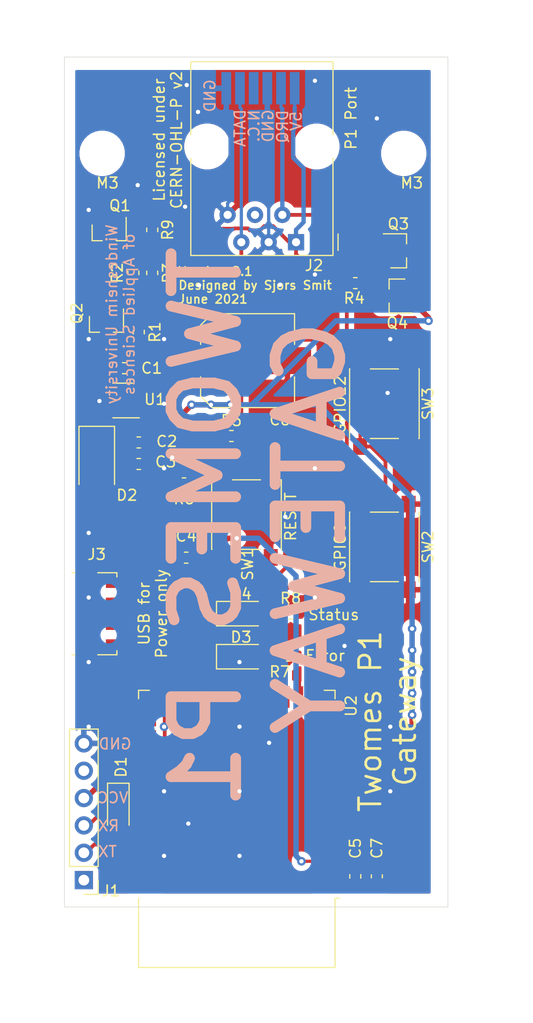
<source format=kicad_pcb>
(kicad_pcb (version 20171130) (host pcbnew "(5.1.7)-1")
  (layers (0 F.Cu signal) (31 B.Cu signal) (34 B.Paste user) (35 F.Paste user) (36 B.SilkS user) (37 F.SilkS user) (38 B.Mask user) (39 F.Mask user) (44 Edge.Cuts user))
  (net 0 "")
  (net 1 GND)
  (net 2 "Net-(C1-Pad1)")
  (net 3 +3V3)
  (net 4 /RESET)
  (net 5 /ESP_RX)
  (net 6 /RX0_5V)
  (net 7 VBUS)
  (net 8 "Net-(D3-Pad2)")
  (net 9 "Net-(D4-Pad2)")
  (net 10 /FTDI_CTS)
  (net 11 /ESP_TX)
  (net 12 /FTDI_DTR)
  (net 13 "Net-(J3-Pad4)")
  (net 14 "Net-(J3-Pad3)")
  (net 15 "Net-(J3-Pad2)")
  (net 16 "Net-(Q1-Pad3)")
  (net 17 +5V)
  (net 18 "Net-(Q1-Pad1)")
  (net 19 /DATA_REQ)
  (net 20 /ESP_DATA_REQ)
  (net 21 /RX_P1)
  (net 22 /LED_ERROR)
  (net 23 /LED_STATUS)
  (net 24 /GPIO0)
  (net 25 /GPIO12)
  (net 26 "Net-(U1-Pad4)")
  (net 27 "Net-(U2-Pad37)")
  (net 28 "Net-(U2-Pad36)")
  (net 29 "Net-(U2-Pad33)")
  (net 30 "Net-(U2-Pad32)")
  (net 31 "Net-(U2-Pad31)")
  (net 32 "Net-(U2-Pad30)")
  (net 33 "Net-(U2-Pad29)")
  (net 34 "Net-(U2-Pad26)")
  (net 35 "Net-(U2-Pad24)")
  (net 36 "Net-(U2-Pad23)")
  (net 37 "Net-(U2-Pad22)")
  (net 38 "Net-(U2-Pad21)")
  (net 39 "Net-(U2-Pad20)")
  (net 40 "Net-(U2-Pad19)")
  (net 41 "Net-(U2-Pad18)")
  (net 42 "Net-(U2-Pad17)")
  (net 43 "Net-(U2-Pad12)")
  (net 44 "Net-(U2-Pad11)")
  (net 45 "Net-(U2-Pad10)")
  (net 46 "Net-(U2-Pad9)")
  (net 47 "Net-(U2-Pad8)")
  (net 48 "Net-(U2-Pad7)")
  (net 49 "Net-(U2-Pad6)")
  (net 50 "Net-(U2-Pad5)")
  (net 51 "Net-(U2-Pad4)")
  (net 52 "Net-(J2-Pad4)")
  (net 53 "Net-(Q3-Pad1)")
  (net 54 "Net-(Q4-Pad2)")
  (net 55 "Net-(R2-Pad1)")
  (net 56 "Net-(R3-Pad2)")
  (net 57 "Net-(J4-Pad4)")
  (module Capacitor_SMD:C_0603_1608Metric (layer F.Cu) (at 95 141.4 270)
    (fp_text reference C7 (at -2.6 0 90) (layer F.SilkS))
    (fp_text value 10uF)
    (pad 2 smd roundrect (at 0.775 0 270) (size 0.9 0.95) (layers F.Cu F.Paste F.Mask) (net 1 GND))
    (pad 1 smd roundrect (at -0.775 0 270) (size 0.9 0.95) (layers F.Cu F.Paste F.Mask) (net 3 +3V3))
  )
  (module Capacitor_SMD:C_0603_1608Metric (layer F.Cu) (at 93 141.4 270)
    (fp_text reference C5 (at -2.6 0 90) (layer F.SilkS))
    (fp_text value 100nF)
    (pad 1 smd roundrect (at -0.7875 0 270) (size 0.875 0.95) (layers F.Cu F.Paste F.Mask) (net 3 +3V3))
    (pad 2 smd roundrect (at 0.7875 0 270) (size 0.875 0.95) (layers F.Cu F.Paste F.Mask) (net 1 GND))
  )
  (module Capacitor_SMD:CP_Elec_8x10.5 (layer F.Cu) (at 83 93.5)
    (fp_text reference C6 (at 3 5.5) (layer F.SilkS))
    (fp_text value 470uF)
    (pad 2 smd roundrect (at 3.7 0) (size 4.4 2.5) (layers F.Cu F.Paste F.Mask) (roundrect_rratio 0.1) (net 1 GND))
    (pad 1 smd roundrect (at -3.7 0) (size 4.4 2.5) (layers F.Cu F.Paste F.Mask) (roundrect_rratio 0.1) (net 2 "Net-(C1-Pad1)"))
  )
  (module Diode_SMD:D_SMA (layer F.Cu) (at 69 103 270)
    (fp_text reference D2 (at 3 -2.8 180) (layer F.SilkS))
    (fp_text value SS14)
    (pad 2 smd rect (at 2 0 270) (size 2.5 1.8) (layers F.Cu F.Paste F.Mask) (net 7 VBUS))
    (pad 1 smd rect (at -2 0 270) (size 2.5 1.8) (layers F.Cu F.Paste F.Mask) (net 2 "Net-(C1-Pad1)"))
  )
  (module TwomesGateway:Rj12SMD (layer B.Cu) (at 84.2 68.2)
    (fp_text reference J4 hide)
    (fp_text value Conn_01x06)
    (pad 6 smd rect (at -3.175 0 270) (size 3 0.9) (layers B.Cu B.Paste B.Mask) (net 1 GND))
    (pad 5 smd rect (at -1.905 0 270) (size 3 0.9) (layers B.Cu B.Paste B.Mask) (net 21 /RX_P1))
    (pad 4 smd rect (at -0.635 0 270) (size 3 0.9) (layers B.Cu B.Paste B.Mask) (net 57 "Net-(J4-Pad4)"))
    (pad 3 smd rect (at 0.635 0 270) (size 3 0.9) (layers B.Cu B.Paste B.Mask) (net 1 GND))
    (pad 2 smd rect (at 1.905 0 270) (size 3 0.9) (layers B.Cu B.Paste B.Mask) (net 19 /DATA_REQ))
    (pad 1 smd rect (at 3.175 0 270) (size 3 0.9) (layers B.Cu B.Paste B.Mask) (net 17 +5V))
  )
  (module TwomesGateway:ÙSB_JLC__SHOUHAN_microQTJ (layer F.Cu) (at 73.5 117 270)
    (fp_text reference J3 (at -5.5 4.5 180) (layer F.SilkS))
    (fp_text value USB_B_Micro)
    (pad 6 smd rect (at 3.2 3.2 270) (size 1.625 0.9) (layers F.Cu F.Paste F.Mask) (net 1 GND))
    (pad "" np_thru_hole circle (at 2 3.4 270) (size 0.5 0.5) (drill 0.5) (layers *.Cu *.Mask))
    (pad "" np_thru_hole circle (at -2 3.4 270) (size 0.5 0.5) (drill 0.5) (layers *.Cu *.Mask))
    (pad 5 smd rect (at 1.31 2.73 270) (size 0.4 1.85) (layers F.Cu F.Paste F.Mask) (net 1 GND))
    (pad 4 smd rect (at 0.66 2.73 270) (size 0.4 1.85) (layers F.Cu F.Paste F.Mask) (net 13 "Net-(J3-Pad4)"))
    (pad 3 smd rect (at 0.01 2.73 270) (size 0.4 1.85) (layers F.Cu F.Paste F.Mask) (net 14 "Net-(J3-Pad3)"))
    (pad 6 smd rect (at -3.2 3.2 270) (size 1.625 0.9) (layers F.Cu F.Paste F.Mask) (net 1 GND))
    (pad 2 smd rect (at -0.64 2.73 270) (size 0.4 1.85) (layers F.Cu F.Paste F.Mask) (net 15 "Net-(J3-Pad2)"))
    (pad 1 smd rect (at -1.29 2.73 270) (size 0.4 1.85) (layers F.Cu F.Paste F.Mask) (net 7 VBUS))
    (pad 6 smd rect (at 3.25 5.55 270) (size 1.715 1.3) (layers F.Cu F.Paste F.Mask) (net 1 GND))
    (pad 6 smd rect (at -3.25 5.55 270) (size 1.715 1.3) (layers F.Cu F.Paste F.Mask) (net 1 GND))
  )
  (module Resistor_SMD:R_0603_1608Metric (layer F.Cu) (at 74.15 81.35 270)
    (fp_text reference R9 (at 0 -1.43 90) (layer F.SilkS))
    (fp_text value 1R)
    (pad 2 smd roundrect (at 0.7875 0 270) (size 0.875 0.95) (layers F.Cu F.Paste F.Mask) (net 56 "Net-(R3-Pad2)"))
    (pad 1 smd roundrect (at -0.7875 0 270) (size 0.875 0.95) (layers F.Cu F.Paste F.Mask) (net 17 +5V))
  )
  (module Resistor_SMD:R_0603_1608Metric (layer F.Cu) (at 74.15 85.35 90)
    (fp_text reference R3 (at 0 1.5 90) (layer F.SilkS))
    (fp_text value 1R)
    (pad 2 smd roundrect (at 0.7875 0 90) (size 0.875 0.95) (layers F.Cu F.Paste F.Mask) (net 56 "Net-(R3-Pad2)"))
    (pad 1 smd roundrect (at -0.7875 0 90) (size 0.875 0.95) (layers F.Cu F.Paste F.Mask) (net 55 "Net-(R2-Pad1)"))
  )
  (module Package_TO_SOT_SMD:SOT-23 (layer F.Cu) (at 96.9 87.5 180)
    (fp_text reference Q4 (at 0 -2.5) (layer F.SilkS))
    (fp_text value MMBT3904)
    (pad 3 smd rect (at 1 0 180) (size 0.9 0.8) (layers F.Cu F.Paste F.Mask) (net 53 "Net-(Q3-Pad1)"))
    (pad 2 smd rect (at -1 0.95 180) (size 0.9 0.8) (layers F.Cu F.Paste F.Mask) (net 54 "Net-(Q4-Pad2)"))
    (pad 1 smd rect (at -1 -0.95 180) (size 0.9 0.8) (layers F.Cu F.Paste F.Mask) (net 3 +3V3))
  )
  (module Package_TO_SOT_SMD:SOT-23 (layer F.Cu) (at 97 83.3)
    (fp_text reference Q3 (at 0 -2.5) (layer F.SilkS))
    (fp_text value BC807)
    (pad 3 smd rect (at 1 0) (size 0.9 0.8) (layers F.Cu F.Paste F.Mask) (net 19 /DATA_REQ))
    (pad 2 smd rect (at -1 0.95) (size 0.9 0.8) (layers F.Cu F.Paste F.Mask) (net 17 +5V))
    (pad 1 smd rect (at -1 -0.95) (size 0.9 0.8) (layers F.Cu F.Paste F.Mask) (net 53 "Net-(Q3-Pad1)"))
  )
  (module Capacitor_SMD:C_0603_1608Metric (layer F.Cu) (at 77.3 111.8 180)
    (fp_text reference C4 (at 0 2) (layer F.SilkS))
    (fp_text value 100nF)
    (pad 2 smd roundrect (at 0.7875 0 180) (size 0.875 0.95) (layers F.Cu F.Paste F.Mask) (net 1 GND))
    (pad 1 smd roundrect (at -0.7875 0 180) (size 0.875 0.95) (layers F.Cu F.Paste F.Mask) (net 4 /RESET))
  )
  (module Package_TO_SOT_SMD:SOT-23 (layer F.Cu) (at 69.9 90.1 270)
    (fp_text reference Q2 (at -1 2.75 90) (layer F.SilkS))
    (fp_text value BC807)
    (pad 3 smd rect (at 1 0 270) (size 0.9 0.8) (layers F.Cu F.Paste F.Mask) (net 2 "Net-(C1-Pad1)"))
    (pad 2 smd rect (at -1 0.95 270) (size 0.9 0.8) (layers F.Cu F.Paste F.Mask) (net 18 "Net-(Q1-Pad1)"))
    (pad 1 smd rect (at -1 -0.95 270) (size 0.9 0.8) (layers F.Cu F.Paste F.Mask) (net 16 "Net-(Q1-Pad3)"))
  )
  (module Package_TO_SOT_SMD:SOT-23 (layer F.Cu) (at 70.15 81.6 270)
    (fp_text reference Q1 (at -2.5 -1 180) (layer F.SilkS))
    (fp_text value BC807)
    (pad 3 smd rect (at 1 0 270) (size 0.9 0.8) (layers F.Cu F.Paste F.Mask) (net 16 "Net-(Q1-Pad3)"))
    (pad 2 smd rect (at -1 0.95 270) (size 0.9 0.8) (layers F.Cu F.Paste F.Mask) (net 17 +5V))
    (pad 1 smd rect (at -1 -0.95 270) (size 0.9 0.8) (layers F.Cu F.Paste F.Mask) (net 18 "Net-(Q1-Pad1)"))
  )
  (module MountingHole:MountingHole_3.2mm_M3 (layer F.Cu) (at 69.5 74.25)
    (fp_text reference M3 (at 0.5 2.75) (layer F.SilkS))
    (fp_text value MountingHole_3.2mm_M3)
    (pad 1 np_thru_hole circle (at 0 0) (size 3.2 3.2) (drill 3.2) (layers *.Cu *.Mask))
  )
  (module MountingHole:MountingHole_3.2mm_M3 (layer F.Cu) (at 97.5 74.25)
    (fp_text reference M3 (at 0.75 2.75) (layer F.SilkS))
    (fp_text value MountingHole_3.2mm_M3)
    (pad 1 np_thru_hole circle (at 0 0) (size 3.2 3.2) (drill 3.2) (layers *.Cu *.Mask))
  )
  (module Connector_RJ:RJ12_Amphenol_54601 (layer F.Cu) (at 87.5 82.5 180)
    (fp_text reference J2 (at -1.67 -2.16) (layer F.SilkS))
    (fp_text value RJ12-6P6C)
    (pad 1 thru_hole rect (at 0 0 180) (size 1.52 1.52) (drill 0.76) (layers *.Cu *.Mask) (net 17 +5V))
    (pad "" np_thru_hole circle (at -1.91 8.89 180) (size 3.25 3.25) (drill 3.25) (layers *.Cu *.Mask))
    (pad 2 thru_hole circle (at 1.27 2.54 180) (size 1.52 1.52) (drill 0.76) (layers *.Cu *.Mask) (net 19 /DATA_REQ))
    (pad 3 thru_hole circle (at 2.54 0 180) (size 1.52 1.52) (drill 0.76) (layers *.Cu *.Mask) (net 1 GND))
    (pad 4 thru_hole circle (at 3.81 2.54 180) (size 1.52 1.52) (drill 0.76) (layers *.Cu *.Mask) (net 52 "Net-(J2-Pad4)"))
    (pad 5 thru_hole circle (at 5.08 0 180) (size 1.52 1.52) (drill 0.76) (layers *.Cu *.Mask) (net 21 /RX_P1))
    (pad 6 thru_hole circle (at 6.35 2.54 180) (size 1.52 1.52) (drill 0.76) (layers *.Cu *.Mask) (net 1 GND))
    (pad "" np_thru_hole circle (at 8.25 8.89 180) (size 3.25 3.25) (drill 3.25) (layers *.Cu *.Mask))
  )
  (module Diode_SMD:D_SOD-123 (layer F.Cu) (at 71 135 270)
    (fp_text reference D1 (at -3.75 -0.25 90) (layer F.SilkS))
    (fp_text value 1N4148W)
    (pad 2 smd rect (at 1.65 0 270) (size 0.9 1.2) (layers F.Cu F.Paste F.Mask) (net 5 /ESP_RX))
    (pad 1 smd rect (at -1.65 0 270) (size 0.9 1.2) (layers F.Cu F.Paste F.Mask) (net 6 /RX0_5V))
  )
  (module RF_Module:ESP32-WROOM-32 (layer F.Cu) (at 82 134 180)
    (fp_text reference U2 (at -10.61 8.43 90) (layer F.SilkS))
    (fp_text value ESP32-WROOM-32D)
    (pad 38 smd rect (at 8.5 -8.255 180) (size 2 0.9) (layers F.Cu F.Paste F.Mask) (net 1 GND))
    (pad 37 smd rect (at 8.5 -6.985 180) (size 2 0.9) (layers F.Cu F.Paste F.Mask) (net 27 "Net-(U2-Pad37)"))
    (pad 36 smd rect (at 8.5 -5.715 180) (size 2 0.9) (layers F.Cu F.Paste F.Mask) (net 28 "Net-(U2-Pad36)"))
    (pad 35 smd rect (at 8.5 -4.445 180) (size 2 0.9) (layers F.Cu F.Paste F.Mask) (net 11 /ESP_TX))
    (pad 34 smd rect (at 8.5 -3.175 180) (size 2 0.9) (layers F.Cu F.Paste F.Mask) (net 5 /ESP_RX))
    (pad 33 smd rect (at 8.5 -1.905 180) (size 2 0.9) (layers F.Cu F.Paste F.Mask) (net 29 "Net-(U2-Pad33)"))
    (pad 32 smd rect (at 8.5 -0.635 180) (size 2 0.9) (layers F.Cu F.Paste F.Mask) (net 30 "Net-(U2-Pad32)"))
    (pad 31 smd rect (at 8.5 0.635 180) (size 2 0.9) (layers F.Cu F.Paste F.Mask) (net 31 "Net-(U2-Pad31)"))
    (pad 30 smd rect (at 8.5 1.905 180) (size 2 0.9) (layers F.Cu F.Paste F.Mask) (net 32 "Net-(U2-Pad30)"))
    (pad 29 smd rect (at 8.5 3.175 180) (size 2 0.9) (layers F.Cu F.Paste F.Mask) (net 33 "Net-(U2-Pad29)"))
    (pad 28 smd rect (at 8.5 4.445 180) (size 2 0.9) (layers F.Cu F.Paste F.Mask) (net 20 /ESP_DATA_REQ))
    (pad 27 smd rect (at 8.5 5.715 180) (size 2 0.9) (layers F.Cu F.Paste F.Mask) (net 21 /RX_P1))
    (pad 26 smd rect (at 8.5 6.985 180) (size 2 0.9) (layers F.Cu F.Paste F.Mask) (net 34 "Net-(U2-Pad26)"))
    (pad 25 smd rect (at 8.5 8.255 180) (size 2 0.9) (layers F.Cu F.Paste F.Mask) (net 24 /GPIO0))
    (pad 24 smd rect (at 5.715 9.255 270) (size 2 0.9) (layers F.Cu F.Paste F.Mask) (net 35 "Net-(U2-Pad24)"))
    (pad 23 smd rect (at 4.445 9.255 270) (size 2 0.9) (layers F.Cu F.Paste F.Mask) (net 36 "Net-(U2-Pad23)"))
    (pad 22 smd rect (at 3.175 9.255 270) (size 2 0.9) (layers F.Cu F.Paste F.Mask) (net 37 "Net-(U2-Pad22)"))
    (pad 21 smd rect (at 1.905 9.255 270) (size 2 0.9) (layers F.Cu F.Paste F.Mask) (net 38 "Net-(U2-Pad21)"))
    (pad 20 smd rect (at 0.635 9.255 270) (size 2 0.9) (layers F.Cu F.Paste F.Mask) (net 39 "Net-(U2-Pad20)"))
    (pad 19 smd rect (at -0.635 9.255 270) (size 2 0.9) (layers F.Cu F.Paste F.Mask) (net 40 "Net-(U2-Pad19)"))
    (pad 18 smd rect (at -1.905 9.255 270) (size 2 0.9) (layers F.Cu F.Paste F.Mask) (net 41 "Net-(U2-Pad18)"))
    (pad 17 smd rect (at -3.175 9.255 270) (size 2 0.9) (layers F.Cu F.Paste F.Mask) (net 42 "Net-(U2-Pad17)"))
    (pad 16 smd rect (at -4.445 9.255 270) (size 2 0.9) (layers F.Cu F.Paste F.Mask) (net 22 /LED_ERROR))
    (pad 15 smd rect (at -5.715 9.255 270) (size 2 0.9) (layers F.Cu F.Paste F.Mask) (net 1 GND))
    (pad 14 smd rect (at -8.5 8.255 180) (size 2 0.9) (layers F.Cu F.Paste F.Mask) (net 25 /GPIO12))
    (pad 13 smd rect (at -8.5 6.985 180) (size 2 0.9) (layers F.Cu F.Paste F.Mask) (net 23 /LED_STATUS))
    (pad 12 smd rect (at -8.5 5.715 180) (size 2 0.9) (layers F.Cu F.Paste F.Mask) (net 43 "Net-(U2-Pad12)"))
    (pad 11 smd rect (at -8.5 4.445 180) (size 2 0.9) (layers F.Cu F.Paste F.Mask) (net 44 "Net-(U2-Pad11)"))
    (pad 10 smd rect (at -8.5 3.175 180) (size 2 0.9) (layers F.Cu F.Paste F.Mask) (net 45 "Net-(U2-Pad10)"))
    (pad 9 smd rect (at -8.5 1.905 180) (size 2 0.9) (layers F.Cu F.Paste F.Mask) (net 46 "Net-(U2-Pad9)"))
    (pad 8 smd rect (at -8.5 0.635 180) (size 2 0.9) (layers F.Cu F.Paste F.Mask) (net 47 "Net-(U2-Pad8)"))
    (pad 7 smd rect (at -8.5 -0.635 180) (size 2 0.9) (layers F.Cu F.Paste F.Mask) (net 48 "Net-(U2-Pad7)"))
    (pad 6 smd rect (at -8.5 -1.905 180) (size 2 0.9) (layers F.Cu F.Paste F.Mask) (net 49 "Net-(U2-Pad6)"))
    (pad 5 smd rect (at -8.5 -3.175 180) (size 2 0.9) (layers F.Cu F.Paste F.Mask) (net 50 "Net-(U2-Pad5)"))
    (pad 4 smd rect (at -8.5 -4.445 180) (size 2 0.9) (layers F.Cu F.Paste F.Mask) (net 51 "Net-(U2-Pad4)"))
    (pad 3 smd rect (at -8.5 -5.715 180) (size 2 0.9) (layers F.Cu F.Paste F.Mask) (net 4 /RESET))
    (pad 2 smd rect (at -8.5 -6.985 180) (size 2 0.9) (layers F.Cu F.Paste F.Mask) (net 3 +3V3))
    (pad 1 smd rect (at -8.5 -8.255 180) (size 2 0.9) (layers F.Cu F.Paste F.Mask) (net 1 GND))
    (pad 39 smd rect (at -1 -0.755 180) (size 5 5) (layers F.Cu F.Paste F.Mask) (net 1 GND))
  )
  (module Package_TO_SOT_SMD:SOT-23-5 (layer F.Cu) (at 71.4 97.2 180)
    (fp_text reference U1 (at -3 0.1) (layer F.SilkS))
    (fp_text value AP7365-33WG-7)
    (pad 5 smd rect (at 1.1 -0.95 180) (size 1.06 0.65) (layers F.Cu F.Paste F.Mask) (net 3 +3V3))
    (pad 4 smd rect (at 1.1 0.95 180) (size 1.06 0.65) (layers F.Cu F.Paste F.Mask) (net 26 "Net-(U1-Pad4)"))
    (pad 3 smd rect (at -1.1 0.95 180) (size 1.06 0.65) (layers F.Cu F.Paste F.Mask) (net 2 "Net-(C1-Pad1)"))
    (pad 2 smd rect (at -1.1 0 180) (size 1.06 0.65) (layers F.Cu F.Paste F.Mask) (net 1 GND))
    (pad 1 smd rect (at -1.1 -0.95 180) (size 1.06 0.65) (layers F.Cu F.Paste F.Mask) (net 2 "Net-(C1-Pad1)"))
  )
  (module Button_Switch_SMD:SW_Push_1P1T_NO_6x6mm_H9.5mm (layer F.Cu) (at 95.7 97.5 270)
    (fp_text reference SW3 (at 0 -4.05 90) (layer F.SilkS))
    (fp_text value SW_Push)
    (pad 2 smd rect (at 3.975 2.25 270) (size 1.55 1.3) (layers F.Cu F.Paste F.Mask) (net 25 /GPIO12))
    (pad 1 smd rect (at 3.975 -2.25 270) (size 1.55 1.3) (layers F.Cu F.Paste F.Mask) (net 1 GND))
    (pad 1 smd rect (at -3.975 -2.25 270) (size 1.55 1.3) (layers F.Cu F.Paste F.Mask) (net 1 GND))
    (pad 2 smd rect (at -3.975 2.25 270) (size 1.55 1.3) (layers F.Cu F.Paste F.Mask) (net 25 /GPIO12))
  )
  (module Button_Switch_SMD:SW_Push_1P1T_NO_6x6mm_H9.5mm (layer F.Cu) (at 95.7 110.8 270)
    (fp_text reference SW2 (at 0 -4.05 90) (layer F.SilkS))
    (fp_text value SW_Push)
    (pad 2 smd rect (at 3.975 2.25 270) (size 1.55 1.3) (layers F.Cu F.Paste F.Mask) (net 24 /GPIO0))
    (pad 1 smd rect (at 3.975 -2.25 270) (size 1.55 1.3) (layers F.Cu F.Paste F.Mask) (net 1 GND))
    (pad 1 smd rect (at -3.975 -2.25 270) (size 1.55 1.3) (layers F.Cu F.Paste F.Mask) (net 1 GND))
    (pad 2 smd rect (at -3.975 2.25 270) (size 1.55 1.3) (layers F.Cu F.Paste F.Mask) (net 24 /GPIO0))
  )
  (module Button_Switch_SMD:SW_Push_1P1T_NO_6x6mm_H9.5mm (layer F.Cu) (at 82.9 107.8 270)
    (fp_text reference SW1 (at 4.6 -0.1 90) (layer F.SilkS))
    (fp_text value SW_Push)
    (pad 2 smd rect (at 3.975 2.25 270) (size 1.55 1.3) (layers F.Cu F.Paste F.Mask) (net 4 /RESET))
    (pad 1 smd rect (at 3.975 -2.25 270) (size 1.55 1.3) (layers F.Cu F.Paste F.Mask) (net 1 GND))
    (pad 1 smd rect (at -3.975 -2.25 270) (size 1.55 1.3) (layers F.Cu F.Paste F.Mask) (net 1 GND))
    (pad 2 smd rect (at -3.975 2.25 270) (size 1.55 1.3) (layers F.Cu F.Paste F.Mask) (net 4 /RESET))
  )
  (module Resistor_SMD:R_0603_1608Metric (layer F.Cu) (at 87 117)
    (fp_text reference R8 (at 0 -1.43) (layer F.SilkS))
    (fp_text value 1k)
    (pad 2 smd roundrect (at 0.7875 0) (size 0.875 0.95) (layers F.Cu F.Paste F.Mask) (net 23 /LED_STATUS))
    (pad 1 smd roundrect (at -0.7875 0) (size 0.875 0.95) (layers F.Cu F.Paste F.Mask) (net 9 "Net-(D4-Pad2)"))
  )
  (module Resistor_SMD:R_0603_1608Metric (layer F.Cu) (at 86.7875 120.9)
    (fp_text reference R7 (at -0.7875 1.5) (layer F.SilkS))
    (fp_text value 1k)
    (pad 2 smd roundrect (at 0.7875 0) (size 0.875 0.95) (layers F.Cu F.Paste F.Mask) (net 22 /LED_ERROR))
    (pad 1 smd roundrect (at -0.7875 0) (size 0.875 0.95) (layers F.Cu F.Paste F.Mask) (net 8 "Net-(D3-Pad2)"))
  )
  (module Resistor_SMD:R_0603_1608Metric (layer F.Cu) (at 77.1 104.9 180)
    (fp_text reference R6 (at 0 -1.43) (layer F.SilkS))
    (fp_text value 10k)
    (pad 2 smd roundrect (at 0.7875 0 180) (size 0.875 0.95) (layers F.Cu F.Paste F.Mask) (net 3 +3V3))
    (pad 1 smd roundrect (at -0.7875 0 180) (size 0.875 0.95) (layers F.Cu F.Paste F.Mask) (net 4 /RESET))
  )
  (module Resistor_SMD:R_0603_1608Metric (layer F.Cu) (at 81.5 100.5)
    (fp_text reference R5 (at 0 -1.43) (layer F.SilkS))
    (fp_text value 10k)
    (pad 2 smd roundrect (at 0.7875 0) (size 0.875 0.95) (layers F.Cu F.Paste F.Mask) (net 21 /RX_P1))
    (pad 1 smd roundrect (at -0.7875 0) (size 0.875 0.95) (layers F.Cu F.Paste F.Mask) (net 3 +3V3))
  )
  (module Resistor_SMD:R_0603_1608Metric (layer F.Cu) (at 93 86.3)
    (fp_text reference R4 (at -0.1 1.4) (layer F.SilkS))
    (fp_text value 2.2k)
    (pad 2 smd roundrect (at 0.7875 0) (size 0.875 0.95) (layers F.Cu F.Paste F.Mask) (net 54 "Net-(Q4-Pad2)"))
    (pad 1 smd roundrect (at -0.7875 0) (size 0.875 0.95) (layers F.Cu F.Paste F.Mask) (net 20 /ESP_DATA_REQ))
  )
  (module Resistor_SMD:R_0603_1608Metric (layer F.Cu) (at 72.4 85.35 90)
    (fp_text reference R2 (at 0 -1.5 90) (layer F.SilkS))
    (fp_text value 1R)
    (pad 2 smd roundrect (at 0.7875 0 90) (size 0.875 0.95) (layers F.Cu F.Paste F.Mask) (net 18 "Net-(Q1-Pad1)"))
    (pad 1 smd roundrect (at -0.7875 0 90) (size 0.875 0.95) (layers F.Cu F.Paste F.Mask) (net 55 "Net-(R2-Pad1)"))
  )
  (module Resistor_SMD:R_0603_1608Metric (layer F.Cu) (at 72.9 90.85 90)
    (fp_text reference R1 (at 0 1.5 90) (layer F.SilkS))
    (fp_text value 1k)
    (pad 2 smd roundrect (at 0.7875 0 90) (size 0.875 0.95) (layers F.Cu F.Paste F.Mask) (net 16 "Net-(Q1-Pad3)"))
    (pad 1 smd roundrect (at -0.7875 0 90) (size 0.875 0.95) (layers F.Cu F.Paste F.Mask) (net 1 GND))
  )
  (module Connector_PinHeader_2.54mm:PinHeader_1x06_P2.54mm_Vertical (layer F.Cu) (at 67.8 141.75 180)
    (fp_text reference J1 (at -2.5 -1) (layer F.SilkS))
    (fp_text value "FTDI header")
    (pad 6 thru_hole oval (at 0 12.7 180) (size 1.7 1.7) (drill 1) (layers *.Cu *.Mask) (net 1 GND))
    (pad 5 thru_hole oval (at 0 10.16 180) (size 1.7 1.7) (drill 1) (layers *.Cu *.Mask) (net 10 /FTDI_CTS))
    (pad 4 thru_hole oval (at 0 7.62 180) (size 1.7 1.7) (drill 1) (layers *.Cu *.Mask) (net 7 VBUS))
    (pad 3 thru_hole oval (at 0 5.08 180) (size 1.7 1.7) (drill 1) (layers *.Cu *.Mask) (net 6 /RX0_5V))
    (pad 2 thru_hole oval (at 0 2.54 180) (size 1.7 1.7) (drill 1) (layers *.Cu *.Mask) (net 11 /ESP_TX))
    (pad 1 thru_hole rect (at 0 0 180) (size 1.7 1.7) (drill 1) (layers *.Cu *.Mask) (net 12 /FTDI_DTR))
  )
  (module LED_SMD:LED_1206_3216Metric (layer F.Cu) (at 82.4 117)
    (fp_text reference D4 (at 0 -1.82) (layer F.SilkS))
    (fp_text value LED_GREEN)
    (pad 2 smd roundrect (at 1.4 0) (size 1.25 1.75) (layers F.Cu F.Paste F.Mask) (roundrect_rratio 0.2) (net 9 "Net-(D4-Pad2)"))
    (pad 1 smd roundrect (at -1.4 0) (size 1.25 1.75) (layers F.Cu F.Paste F.Mask) (roundrect_rratio 0.2) (net 1 GND))
  )
  (module LED_SMD:LED_1206_3216Metric (layer F.Cu) (at 82.4 121)
    (fp_text reference D3 (at 0 -1.82) (layer F.SilkS))
    (fp_text value LED_RED)
    (pad 2 smd roundrect (at 1.4 0) (size 1.25 1.75) (layers F.Cu F.Paste F.Mask) (roundrect_rratio 0.2) (net 8 "Net-(D3-Pad2)"))
    (pad 1 smd roundrect (at -1.4 0) (size 1.25 1.75) (layers F.Cu F.Paste F.Mask) (roundrect_rratio 0.2) (net 1 GND))
  )
  (module Capacitor_SMD:C_0603_1608Metric (layer F.Cu) (at 72.9 103.1)
    (fp_text reference C3 (at 2.5 -0.2) (layer F.SilkS))
    (fp_text value 100nF)
    (pad 2 smd roundrect (at 0.7875 0) (size 0.875 0.95) (layers F.Cu F.Paste F.Mask) (net 1 GND))
    (pad 1 smd roundrect (at -0.7875 0) (size 0.875 0.95) (layers F.Cu F.Paste F.Mask) (net 3 +3V3))
  )
  (module Capacitor_SMD:C_0603_1608Metric (layer F.Cu) (at 72.9 101.1)
    (fp_text reference C2 (at 2.6 -0.1) (layer F.SilkS))
    (fp_text value 1uF)
    (pad 2 smd roundrect (at 0.7875 0) (size 0.875 0.95) (layers F.Cu F.Paste F.Mask) (net 1 GND))
    (pad 1 smd roundrect (at -0.7875 0) (size 0.875 0.95) (layers F.Cu F.Paste F.Mask) (net 3 +3V3))
  )
  (module Capacitor_SMD:C_0603_1608Metric (layer F.Cu) (at 71.55 94.2)
    (fp_text reference C1 (at 2.55 0) (layer F.SilkS))
    (fp_text value 1uF)
    (pad 2 smd roundrect (at 0.7875 0) (size 0.875 0.95) (layers F.Cu F.Paste F.Mask) (net 1 GND))
    (pad 1 smd roundrect (at -0.7875 0) (size 0.875 0.95) (layers F.Cu F.Paste F.Mask) (net 2 "Net-(C1-Pad1)"))
  )
  (gr_text "Licensed under\nCERN-OHL-P v2" (at 75.6 73 90) (layer F.SilkS) (effects (font (size 1 1))))
  (gr_text "Windesheim University\nof Applied Sciences" (at 71.2 89.2 90) (layer B.SilkS) (effects (font (size 1 1)) (justify mirror)))
  (gr_text "TWOMES P1\nGATEWAY" (at 84 109 90) (layer B.SilkS) (effects (font (size 6 6) (thickness 1)) (justify mirror)))
  (gr_text "V2.1\nJune 2021\nTwomes P1\nGateway" (at 67.15 69.2) (layer F.Cu) (effects (font (size 0.8 0.8)) (justify left)))
  (gr_text "Version 2.1\nDesigned by Sjors Smit\nJune 2021" (at 76.5 86.5) (layer F.SilkS) (effects (font (size 0.8 0.8)) (justify left)))
  (gr_text "Twomes P1\nGateway" (at 96 127 90) (layer F.SilkS) (effects (font (size 2 2) (thickness 0.25))))
  (gr_text "USB for\nPower only" (at 74.2 117 90) (layer F.SilkS) (effects (font (size 1 1))))
  (gr_text Status (at 91 117.1) (layer F.SilkS) (effects (font (size 1 1))))
  (gr_text Error (at 90.2 120.9) (layer F.SilkS) (effects (font (size 1 1))))
  (gr_text "P1 Port" (at 92.6 71 90) (layer F.SilkS) (effects (font (size 1 1))))
  (gr_text TX (at 70 139.1) (layer B.SilkS) (effects (font (size 1 1)) (justify mirror)))
  (gr_text RX (at 70.1 136.7) (layer B.SilkS) (effects (font (size 1 1)) (justify mirror)))
  (gr_text VCC (at 70.5 134.1) (layer B.SilkS) (effects (font (size 1 1)) (justify mirror)))
  (gr_text GND (at 70.7 129.1) (layer B.SilkS) (effects (font (size 1 1)) (justify mirror)))
  (gr_text GND (at 79.5 68.9 90) (layer B.SilkS) (effects (font (size 1 1)) (justify mirror)))
  (gr_text "DATA\n" (at 82.3 71.9 90) (layer B.SilkS) (effects (font (size 1 1)) (justify mirror)))
  (gr_text N.C. (at 83.6 71.7 90) (layer B.SilkS) (effects (font (size 1 1)) (justify mirror)))
  (gr_text GND (at 84.9 71.7 90) (layer B.SilkS) (effects (font (size 1 1)) (justify mirror)))
  (gr_text DRQ (at 86.25 71.75 90) (layer B.SilkS) (effects (font (size 1 1)) (justify mirror)))
  (gr_text 5V (at 87.5 71.25 90) (layer B.SilkS) (effects (font (size 1 1)) (justify mirror)))
  (gr_text GPIO12 (at 91.6 97.6 90) (layer F.SilkS) (effects (font (size 1 1))))
  (gr_text GPIO0 (at 91.6 110.8 90) (layer F.SilkS) (effects (font (size 1 1))))
  (gr_text RESET (at 87 108 90) (layer F.SilkS) (effects (font (size 1 1))))
  (gr_line (start 66 65.3) (end 66 70.75) (layer Edge.Cuts) (width 0.05))
  (gr_line (start 101.6 70.75) (end 101.6 65.3) (layer Edge.Cuts) (width 0.05))
  (gr_line (start 101.6 65.3) (end 101 65.3) (layer Edge.Cuts) (width 0.05))
  (gr_line (start 101 144.25) (end 101.6 144.25) (layer Edge.Cuts) (width 0.05))
  (gr_line (start 66 65.3) (end 101 65.3) (layer Edge.Cuts) (width 0.05))
  (gr_line (start 66 144.25) (end 101 144.25) (layer Edge.Cuts) (width 0.05))
  (gr_line (start 101.6 144.25) (end 101.6 70.75) (layer Edge.Cuts) (width 0.05))
  (gr_line (start 66 70.75) (end 66 144.25) (layer Edge.Cuts) (width 0.05))
  (via (at 69.25 97.25) (size 0.8) (drill 0.4) (layers F.Cu B.Cu) (net 1))
  (segment (start 70.77 118.31) (end 71.31 118.31) (width 0.2) (layer F.Cu) (net 1))
  (segment (start 71.31 118.31) (end 71.6 118.6) (width 0.2) (layer F.Cu) (net 1))
  (segment (start 71.6 118.6) (end 71.6 119.2) (width 0.2) (layer F.Cu) (net 1))
  (segment (start 84.96 70.125) (end 84.835 70) (width 0.3) (layer B.Cu) (net 1))
  (segment (start 84.96 82.5) (end 84.96 70.125) (width 0.3) (layer B.Cu) (net 1))
  (segment (start 81.025 71.8) (end 81.025 70) (width 0.3) (layer B.Cu) (net 1))
  (segment (start 81.375001 72.150001) (end 81.025 71.8) (width 0.3) (layer B.Cu) (net 1))
  (segment (start 81.15 78.885198) (end 81.375001 78.660197) (width 0.3) (layer B.Cu) (net 1))
  (segment (start 81.375001 78.660197) (end 81.375001 72.150001) (width 0.3) (layer B.Cu) (net 1))
  (segment (start 81.15 79.96) (end 81.15 78.885198) (width 0.3) (layer B.Cu) (net 1))
  (segment (start 84.835 70) (end 84.835 68.2) (width 0.3) (layer B.Cu) (net 1))
  (segment (start 81.025 70) (end 81.025 68.2) (width 0.3) (layer B.Cu) (net 1))
  (via (at 96 96.5) (size 0.8) (drill 0.4) (layers F.Cu B.Cu) (net 1))
  (via (at 86 86.45) (size 0.8) (drill 0.4) (layers F.Cu B.Cu) (net 1))
  (via (at 78.5 86.5) (size 0.8) (drill 0.4) (layers F.Cu B.Cu) (net 1))
  (via (at 77.2 79.2) (size 0.8) (drill 0.4) (layers F.Cu B.Cu) (net 1))
  (via (at 77.5 136.5) (size 0.8) (drill 0.4) (layers F.Cu B.Cu) (net 1))
  (via (at 85 129) (size 0.8) (drill 0.4) (layers F.Cu B.Cu) (net 1))
  (via (at 92 120) (size 0.8) (drill 0.4) (layers F.Cu B.Cu) (net 1))
  (via (at 86.5 108) (size 0.8) (drill 0.4) (layers F.Cu B.Cu) (net 1))
  (via (at 76 102.5) (size 0.8) (drill 0.4) (layers F.Cu B.Cu) (net 1))
  (segment (start 72.45 97.25) (end 72.5 97.2) (width 0.3) (layer F.Cu) (net 1))
  (segment (start 69.25 97.25) (end 72.45 97.25) (width 0.3) (layer F.Cu) (net 1))
  (via (at 77.35 67.9) (size 0.8) (drill 0.4) (layers F.Cu B.Cu) (net 1))
  (via (at 89.25 67.5) (size 0.8) (drill 0.4) (layers F.Cu B.Cu) (net 1))
  (via (at 95 71) (size 0.8) (drill 0.4) (layers F.Cu B.Cu) (net 1))
  (via (at 78.4 70.4) (size 0.8) (drill 0.4) (layers F.Cu B.Cu) (net 1))
  (via (at 68.25 79.5) (size 0.8) (drill 0.4) (layers F.Cu B.Cu) (net 1))
  (via (at 72.8 77.2) (size 0.8) (drill 0.4) (layers F.Cu B.Cu) (net 1))
  (via (at 89.25 85.5) (size 0.8) (drill 0.4) (layers F.Cu B.Cu) (net 1))
  (via (at 68.25 91.5) (size 0.8) (drill 0.4) (layers F.Cu B.Cu) (net 1))
  (via (at 75.25 91.5) (size 0.8) (drill 0.4) (layers F.Cu B.Cu) (net 1))
  (via (at 96.25 91.5) (size 0.8) (drill 0.4) (layers F.Cu B.Cu) (net 1))
  (via (at 75.25 97.5) (size 0.8) (drill 0.4) (layers F.Cu B.Cu) (net 1))
  (via (at 75.25 103.5) (size 0.8) (drill 0.4) (layers F.Cu B.Cu) (net 1))
  (via (at 89.25 103.5) (size 0.8) (drill 0.4) (layers F.Cu B.Cu) (net 1))
  (via (at 68.25 109.5) (size 0.8) (drill 0.4) (layers F.Cu B.Cu) (net 1))
  (via (at 68.25 115.5) (size 0.8) (drill 0.4) (layers F.Cu B.Cu) (net 1))
  (via (at 89.25 115.5) (size 0.8) (drill 0.4) (layers F.Cu B.Cu) (net 1))
  (via (at 68.25 121.5) (size 0.8) (drill 0.4) (layers F.Cu B.Cu) (net 1))
  (via (at 82.25 121.5) (size 0.8) (drill 0.4) (layers F.Cu B.Cu) (net 1))
  (via (at 68.25 127.5) (size 0.8) (drill 0.4) (layers F.Cu B.Cu) (net 1))
  (via (at 82.25 127.5) (size 0.8) (drill 0.4) (layers F.Cu B.Cu) (net 1))
  (via (at 96.25 127.5) (size 0.8) (drill 0.4) (layers F.Cu B.Cu) (net 1))
  (via (at 75.25 133.5) (size 0.8) (drill 0.4) (layers F.Cu B.Cu) (net 1))
  (via (at 82.25 133.5) (size 0.8) (drill 0.4) (layers F.Cu B.Cu) (net 1))
  (via (at 96.25 133.5) (size 0.8) (drill 0.4) (layers F.Cu B.Cu) (net 1))
  (via (at 75.25 139.5) (size 0.8) (drill 0.4) (layers F.Cu B.Cu) (net 1))
  (via (at 82.25 139.5) (size 0.8) (drill 0.4) (layers F.Cu B.Cu) (net 1))
  (segment (start 70.7625 92.7625) (end 70.7625 94.2) (width 0.5) (layer F.Cu) (net 2))
  (segment (start 69.9 91.1) (end 69.9 91.9) (width 0.5) (layer F.Cu) (net 2))
  (segment (start 69.9 91.9) (end 70.7625 92.7625) (width 0.5) (layer F.Cu) (net 2))
  (segment (start 70.7625 94.5125) (end 72.5 96.25) (width 0.5) (layer F.Cu) (net 2))
  (segment (start 70.7625 94.2) (end 70.7625 94.5125) (width 0.5) (layer F.Cu) (net 2))
  (segment (start 73.38 96.25) (end 73.65 96.52) (width 0.5) (layer F.Cu) (net 2))
  (segment (start 72.5 96.25) (end 73.38 96.25) (width 0.5) (layer F.Cu) (net 2))
  (segment (start 73.38 98.15) (end 72.5 98.15) (width 0.5) (layer F.Cu) (net 2))
  (segment (start 73.65 97.88) (end 73.38 98.15) (width 0.5) (layer F.Cu) (net 2))
  (segment (start 73.65 96.52) (end 73.65 97.88) (width 0.5) (layer F.Cu) (net 2))
  (segment (start 69.9 94.2) (end 70.7625 94.2) (width 0.5) (layer F.Cu) (net 2))
  (segment (start 67.7 96.4) (end 69.9 94.2) (width 0.5) (layer F.Cu) (net 2))
  (segment (start 67.7 99.1) (end 67.7 96.4) (width 0.5) (layer F.Cu) (net 2))
  (segment (start 69 101) (end 69 100.4) (width 0.5) (layer F.Cu) (net 2))
  (segment (start 69 100.4) (end 67.7 99.1) (width 0.5) (layer F.Cu) (net 2))
  (segment (start 75.1 96.25) (end 73.38 96.25) (width 0.5) (layer F.Cu) (net 2))
  (segment (start 78.7 92.65) (end 75.1 96.25) (width 0.5) (layer F.Cu) (net 2))
  (via (at 79.6 97.6) (size 0.8) (drill 0.4) (layers F.Cu B.Cu) (net 3))
  (segment (start 72.1125 101.1) (end 72.1125 103.1) (width 0.5) (layer F.Cu) (net 3))
  (segment (start 72.1125 99.7575) (end 70.505 98.15) (width 0.5) (layer F.Cu) (net 3))
  (segment (start 70.505 98.15) (end 70.3 98.15) (width 0.5) (layer F.Cu) (net 3))
  (segment (start 72.1125 101.1) (end 72.1125 99.7575) (width 0.5) (layer F.Cu) (net 3))
  (segment (start 73.8375 105.3) (end 72.1125 103.575) (width 0.5) (layer F.Cu) (net 3))
  (segment (start 72.1125 103.575) (end 72.1125 103.1) (width 0.5) (layer F.Cu) (net 3))
  (segment (start 76.1125 105.3) (end 73.8375 105.3) (width 0.5) (layer F.Cu) (net 3))
  (segment (start 80.7125 100.5) (end 76.4 100.5) (width 0.5) (layer F.Cu) (net 3))
  (segment (start 75.6575 99.7575) (end 72.1125 99.7575) (width 0.5) (layer F.Cu) (net 3))
  (segment (start 76.4 100.5) (end 75.6575 99.7575) (width 0.5) (layer F.Cu) (net 3))
  (segment (start 98.75 88.45) (end 97.9 88.45) (width 0.5) (layer F.Cu) (net 3))
  (segment (start 99.8 89.5) (end 98.75 88.45) (width 0.5) (layer F.Cu) (net 3))
  (segment (start 98.27501 122.72499) (end 98.27501 122.72499) (width 0.5) (layer F.Cu) (net 3))
  (segment (start 99.8 89.8) (end 99.8 89.5) (width 0.5) (layer F.Cu) (net 3))
  (via (at 99.8 89.8) (size 0.8) (drill 0.4) (layers F.Cu B.Cu) (net 3))
  (segment (start 99.8 89.8) (end 91.2 89.8) (width 0.5) (layer B.Cu) (net 3))
  (segment (start 91.2 89.8) (end 83.4 97.6) (width 0.5) (layer B.Cu) (net 3))
  (segment (start 83.4 97.6) (end 79.6 97.6) (width 0.5) (layer B.Cu) (net 3))
  (segment (start 77.815 97.6) (end 75.6575 99.7575) (width 0.5) (layer F.Cu) (net 3))
  (segment (start 79.6 97.6) (end 77.815 97.6) (width 0.5) (layer F.Cu) (net 3))
  (segment (start 79.6 97.6) (end 81.4 97.6) (width 0.5) (layer F.Cu) (net 3))
  (segment (start 79.6 97.6) (end 78 97.6) (width 0.5) (layer B.Cu) (net 3))
  (segment (start 78 97.6) (end 77.8 97.6) (width 0.5) (layer B.Cu) (net 3))
  (segment (start 77.8 97.6) (end 77.8 97.6) (width 0.5) (layer B.Cu) (net 3))
  (via (at 77.8 97.6) (size 0.8) (drill 0.4) (layers F.Cu B.Cu) (net 3))
  (segment (start 81.4 97.6) (end 81.4 97.6) (width 0.5) (layer F.Cu) (net 3))
  (via (at 81.4 97.6) (size 0.8) (drill 0.4) (layers F.Cu B.Cu) (net 3))
  (segment (start 98.27501 126.32499) (end 98.27501 121.12499) (width 0.5) (layer F.Cu) (net 3))
  (segment (start 98.27501 121.12499) (end 98.27501 118.27501) (width 0.5) (layer F.Cu) (net 3))
  (via (at 98.27501 118.4) (size 0.8) (drill 0.4) (layers F.Cu B.Cu) (net 3))
  (via (at 98.27501 120.4) (size 0.8) (drill 0.4) (layers F.Cu B.Cu) (net 3))
  (via (at 98.27501 122.4) (size 0.8) (drill 0.4) (layers F.Cu B.Cu) (net 3))
  (via (at 98.27501 124.4) (size 0.8) (drill 0.4) (layers F.Cu B.Cu) (net 3))
  (via (at 98.27501 126.4) (size 0.8) (drill 0.4) (layers F.Cu B.Cu) (net 3))
  (segment (start 98.27501 125.52499) (end 98.27501 126.4) (width 0.5) (layer B.Cu) (net 3))
  (segment (start 98.27501 106.27501) (end 98.27501 125.52499) (width 0.5) (layer B.Cu) (net 3))
  (segment (start 83.4 97.6) (end 89.6 97.6) (width 0.5) (layer B.Cu) (net 3))
  (segment (start 89.6 97.6) (end 98.27501 106.27501) (width 0.5) (layer B.Cu) (net 3))
  (segment (start 76.3125 105.1) (end 76.1125 105.3) (width 0.3) (layer F.Cu) (net 3))
  (segment (start 76.3125 104.9) (end 76.3125 105.1) (width 0.3) (layer F.Cu) (net 3))
  (segment (start 98.27501 137.33749) (end 95 140.6125) (width 0.5) (layer F.Cu) (net 3))
  (segment (start 98.27501 126.4) (end 98.27501 137.33749) (width 0.5) (layer F.Cu) (net 3))
  (segment (start 92.8125 140.6125) (end 92.8 140.625) (width 0.5) (layer F.Cu) (net 3))
  (segment (start 95 140.6125) (end 92.8125 140.6125) (width 0.5) (layer F.Cu) (net 3))
  (segment (start 92.44 140.985) (end 90.5 140.985) (width 0.5) (layer F.Cu) (net 3))
  (segment (start 92.8 140.625) (end 92.44 140.985) (width 0.5) (layer F.Cu) (net 3))
  (segment (start 77.9125 104.925) (end 77.8875 104.9) (width 0.35) (layer F.Cu) (net 4))
  (segment (start 78.0875 111.8) (end 80.625 111.8) (width 0.35) (layer F.Cu) (net 4))
  (segment (start 79.575 104.9) (end 80.65 103.825) (width 0.35) (layer F.Cu) (net 4))
  (segment (start 77.8875 104.9) (end 79.575 104.9) (width 0.35) (layer F.Cu) (net 4))
  (segment (start 80.65 110.5) (end 81.15 110) (width 0.5) (layer F.Cu) (net 4))
  (segment (start 80.65 111.775) (end 80.65 110.5) (width 0.5) (layer F.Cu) (net 4))
  (segment (start 81.15 110) (end 82 110) (width 0.5) (layer F.Cu) (net 4))
  (segment (start 82 110) (end 82 110) (width 0.5) (layer F.Cu) (net 4))
  (via (at 82 110) (size 0.8) (drill 0.4) (layers F.Cu B.Cu) (net 4))
  (segment (start 82 110) (end 84 110) (width 0.5) (layer B.Cu) (net 4))
  (segment (start 84 110) (end 87.5 113.5) (width 0.5) (layer B.Cu) (net 4))
  (segment (start 87.5 113.5) (end 87.5 139.5) (width 0.5) (layer B.Cu) (net 4))
  (segment (start 87.5 139.5) (end 88 140) (width 0.5) (layer B.Cu) (net 4))
  (segment (start 88 140) (end 88 140) (width 0.5) (layer B.Cu) (net 4))
  (via (at 88 140) (size 0.8) (drill 0.4) (layers F.Cu B.Cu) (net 4))
  (segment (start 90.215 140) (end 90.5 139.715) (width 0.3) (layer F.Cu) (net 4))
  (segment (start 88 140) (end 90.215 140) (width 0.3) (layer F.Cu) (net 4))
  (segment (start 71.275 137.175) (end 73.5 137.175) (width 0.35) (layer F.Cu) (net 5))
  (segment (start 70.75 136.65) (end 71.275 137.175) (width 0.35) (layer F.Cu) (net 5))
  (segment (start 68 136.67) (end 68 136.8) (width 0.35) (layer F.Cu) (net 6))
  (segment (start 70.75 134.15) (end 70.75 133.35) (width 0.35) (layer F.Cu) (net 6))
  (segment (start 68.1 136.8) (end 70.75 134.15) (width 0.35) (layer F.Cu) (net 6))
  (segment (start 68 136.8) (end 68.1 136.8) (width 0.35) (layer F.Cu) (net 6))
  (segment (start 72.6 114.4) (end 71.5 115.5) (width 0.5) (layer F.Cu) (net 7))
  (segment (start 71.29 115.71) (end 70.77 115.71) (width 0.5) (layer F.Cu) (net 7))
  (segment (start 71.5 115.5) (end 71.29 115.71) (width 0.5) (layer F.Cu) (net 7))
  (segment (start 70.6 131.53) (end 70.6 123.5) (width 0.5) (layer F.Cu) (net 7))
  (segment (start 72.6 121.5) (end 72.6 111.5) (width 0.5) (layer F.Cu) (net 7))
  (segment (start 72.6 111.5) (end 69 107.9) (width 0.5) (layer F.Cu) (net 7))
  (segment (start 69 107.9) (end 69 105) (width 0.5) (layer F.Cu) (net 7))
  (segment (start 68 134.13) (end 70.6 131.53) (width 0.5) (layer F.Cu) (net 7))
  (segment (start 70.6 123.5) (end 72.6 121.5) (width 0.5) (layer F.Cu) (net 7))
  (segment (start 83.9 120.9) (end 83.8 121) (width 0.35) (layer F.Cu) (net 8))
  (segment (start 86 120.9) (end 83.9 120.9) (width 0.35) (layer F.Cu) (net 8))
  (segment (start 86.2125 117) (end 83.8 117) (width 0.35) (layer F.Cu) (net 9))
  (segment (start 68.765 138.445) (end 68 139.21) (width 0.35) (layer F.Cu) (net 11))
  (segment (start 73.5 138.445) (end 68.765 138.445) (width 0.35) (layer F.Cu) (net 11))
  (segment (start 70.15 82.6) (end 70.15 86.6) (width 0.35) (layer F.Cu) (net 16))
  (segment (start 70.85 87.3) (end 70.85 89.1) (width 0.35) (layer F.Cu) (net 16))
  (segment (start 70.15 86.6) (end 70.85 87.3) (width 0.35) (layer F.Cu) (net 16))
  (segment (start 71.9375 89.1) (end 72.9 90.0625) (width 0.35) (layer F.Cu) (net 16))
  (segment (start 70.85 89.1) (end 71.9375 89.1) (width 0.35) (layer F.Cu) (net 16))
  (segment (start 73.65 79.1) (end 74.15 79.6) (width 0.35) (layer F.Cu) (net 17))
  (segment (start 74.15 79.6) (end 74.15 80.5625) (width 0.35) (layer F.Cu) (net 17))
  (segment (start 69.9 79.1) (end 73.65 79.1) (width 0.35) (layer F.Cu) (net 17))
  (segment (start 69.2 80.6) (end 69.2 79.8) (width 0.35) (layer F.Cu) (net 17))
  (segment (start 69.2 79.8) (end 69.9 79.1) (width 0.35) (layer F.Cu) (net 17))
  (segment (start 74.625 80.5625) (end 74.15 80.5625) (width 0.35) (layer F.Cu) (net 17))
  (segment (start 75.307501 81.245001) (end 74.625 80.5625) (width 0.35) (layer F.Cu) (net 17))
  (segment (start 81.766801 81.245001) (end 75.307501 81.245001) (width 0.35) (layer F.Cu) (net 17))
  (segment (start 83.221802 81.4) (end 83.036801 81.214999) (width 0.35) (layer F.Cu) (net 17))
  (segment (start 84.151802 81.4) (end 83.221802 81.4) (width 0.35) (layer F.Cu) (net 17))
  (segment (start 84.551802 81) (end 84.151802 81.4) (width 0.35) (layer F.Cu) (net 17))
  (segment (start 85.361802 81) (end 84.551802 81) (width 0.35) (layer F.Cu) (net 17))
  (segment (start 81.796803 81.214999) (end 81.766801 81.245001) (width 0.35) (layer F.Cu) (net 17))
  (segment (start 86.861802 82.5) (end 85.361802 81) (width 0.35) (layer F.Cu) (net 17))
  (segment (start 83.036801 81.214999) (end 81.796803 81.214999) (width 0.35) (layer F.Cu) (net 17))
  (segment (start 87.5 82.5) (end 86.861802 82.5) (width 0.35) (layer F.Cu) (net 17))
  (segment (start 94.0625 84.25) (end 93.8 83.9875) (width 0.35) (layer F.Cu) (net 17))
  (segment (start 96 84.25) (end 94.0625 84.25) (width 0.35) (layer F.Cu) (net 17))
  (segment (start 87.5 83.61) (end 87.5 82.5) (width 0.35) (layer F.Cu) (net 17))
  (segment (start 87.8775 83.9875) (end 87.5 83.61) (width 0.35) (layer F.Cu) (net 17))
  (segment (start 93.8 83.9875) (end 87.8775 83.9875) (width 0.35) (layer F.Cu) (net 17))
  (segment (start 87.5 81.34) (end 88.2 80.64) (width 0.4) (layer B.Cu) (net 17))
  (segment (start 87.5 82.5) (end 87.5 81.34) (width 0.4) (layer B.Cu) (net 17))
  (segment (start 87.375 71.9) (end 87.375 70) (width 0.4) (layer B.Cu) (net 17))
  (segment (start 87.234999 74.654001) (end 87.234999 72.040001) (width 0.4) (layer B.Cu) (net 17))
  (segment (start 87.234999 72.040001) (end 87.375 71.9) (width 0.4) (layer B.Cu) (net 17))
  (segment (start 88.2 75.619002) (end 87.234999 74.654001) (width 0.4) (layer B.Cu) (net 17))
  (segment (start 88.2 80.64) (end 88.2 75.619002) (width 0.4) (layer B.Cu) (net 17))
  (segment (start 87.375 70) (end 87.375 68.2) (width 0.3) (layer B.Cu) (net 17))
  (segment (start 71.85 80.6) (end 71.1 80.6) (width 0.35) (layer F.Cu) (net 18))
  (segment (start 72.4 81.15) (end 71.85 80.6) (width 0.35) (layer F.Cu) (net 18))
  (segment (start 72.4 84.5625) (end 72.4 81.15) (width 0.35) (layer F.Cu) (net 18))
  (segment (start 71.1 81.4) (end 70.9 81.6) (width 0.35) (layer F.Cu) (net 18))
  (segment (start 71.1 80.6) (end 71.1 81.4) (width 0.35) (layer F.Cu) (net 18))
  (segment (start 68.95 88.3) (end 68.95 89.1) (width 0.35) (layer F.Cu) (net 18))
  (segment (start 68.95 82.004998) (end 68.95 88.3) (width 0.35) (layer F.Cu) (net 18))
  (segment (start 69.354998 81.6) (end 68.95 82.004998) (width 0.35) (layer F.Cu) (net 18))
  (segment (start 70.9 81.6) (end 69.354998 81.6) (width 0.35) (layer F.Cu) (net 18))
  (segment (start 87.304802 79.96) (end 86.23 79.96) (width 0.35) (layer F.Cu) (net 19))
  (segment (start 95.41 79.96) (end 87.304802 79.96) (width 0.35) (layer F.Cu) (net 19))
  (segment (start 98 82.55) (end 95.41 79.96) (width 0.35) (layer F.Cu) (net 19))
  (segment (start 98 83.3) (end 98 82.55) (width 0.35) (layer F.Cu) (net 19))
  (segment (start 86.23 79.96) (end 86.23 70.125) (width 0.4) (layer B.Cu) (net 19))
  (segment (start 86.105 70) (end 86.105 68.2) (width 0.3) (layer B.Cu) (net 19))
  (segment (start 86.23 70.125) (end 86.105 70) (width 0.3) (layer B.Cu) (net 19))
  (via (at 75.25 127.5) (size 0.8) (drill 0.4) (layers F.Cu B.Cu) (net 20))
  (segment (start 74.85 129.555) (end 73.5 129.555) (width 0.35) (layer F.Cu) (net 20))
  (segment (start 77.95 116.65) (end 77.95 120.6) (width 0.35) (layer F.Cu) (net 20))
  (segment (start 75.309999 123.240001) (end 75.309999 129.095001) (width 0.35) (layer F.Cu) (net 20))
  (segment (start 79.99999 114.60001) (end 77.95 116.65) (width 0.35) (layer F.Cu) (net 20))
  (segment (start 77.95 120.6) (end 75.309999 123.240001) (width 0.35) (layer F.Cu) (net 20))
  (segment (start 92.2125 102.7125) (end 94.625001 105.125001) (width 0.35) (layer F.Cu) (net 20))
  (segment (start 75.309999 129.095001) (end 74.85 129.555) (width 0.35) (layer F.Cu) (net 20))
  (segment (start 94.625001 105.125001) (end 94.625001 108.020001) (width 0.35) (layer F.Cu) (net 20))
  (segment (start 94.625001 108.020001) (end 88.044992 114.60001) (width 0.35) (layer F.Cu) (net 20))
  (segment (start 92.2125 86.3) (end 92.2125 102.7125) (width 0.35) (layer F.Cu) (net 20))
  (segment (start 88.044992 114.60001) (end 79.99999 114.60001) (width 0.35) (layer F.Cu) (net 20))
  (segment (start 82.42 105.725002) (end 82.42 82.5) (width 0.35) (layer F.Cu) (net 21))
  (segment (start 77.8 107.3) (end 80.845002 107.3) (width 0.35) (layer F.Cu) (net 21))
  (segment (start 72.15 128.285) (end 71.7 127.835) (width 0.35) (layer F.Cu) (net 21))
  (segment (start 71.7 127.835) (end 71.7 124.1) (width 0.35) (layer F.Cu) (net 21))
  (segment (start 74.5 110.6) (end 77.8 107.3) (width 0.35) (layer F.Cu) (net 21))
  (segment (start 73.5 128.285) (end 72.15 128.285) (width 0.35) (layer F.Cu) (net 21))
  (segment (start 80.845002 107.3) (end 82.42 105.725002) (width 0.35) (layer F.Cu) (net 21))
  (segment (start 74.5 121.3) (end 74.5 110.6) (width 0.35) (layer F.Cu) (net 21))
  (segment (start 71.7 124.1) (end 74.5 121.3) (width 0.35) (layer F.Cu) (net 21))
  (segment (start 82.42 70.125) (end 82.295 70) (width 0.3) (layer B.Cu) (net 21))
  (segment (start 82.42 82.5) (end 82.42 70.125) (width 0.3) (layer B.Cu) (net 21))
  (segment (start 82.295 70) (end 82.295 68.2) (width 0.3) (layer B.Cu) (net 21))
  (segment (start 86.445 122.03) (end 87.575 120.9) (width 0.35) (layer F.Cu) (net 22))
  (segment (start 86.445 124.745) (end 86.445 122.03) (width 0.35) (layer F.Cu) (net 22))
  (segment (start 88.225 117) (end 87.7875 117) (width 0.35) (layer F.Cu) (net 23))
  (segment (start 89.374998 127.015) (end 88.690001 126.330003) (width 0.35) (layer F.Cu) (net 23))
  (segment (start 88.690001 117.465001) (end 88.225 117) (width 0.35) (layer F.Cu) (net 23))
  (segment (start 88.690001 126.330003) (end 88.690001 117.465001) (width 0.35) (layer F.Cu) (net 23))
  (segment (start 90.5 127.015) (end 89.374998 127.015) (width 0.35) (layer F.Cu) (net 23))
  (segment (start 92.45 106.825) (end 93.45 106.825) (width 0.35) (layer F.Cu) (net 24))
  (segment (start 85.375 113.9) (end 92.45 106.825) (width 0.35) (layer F.Cu) (net 24))
  (segment (start 73.5 123.7) (end 75.65 121.55) (width 0.35) (layer F.Cu) (net 24))
  (segment (start 75.65 121.55) (end 75.65 116.65) (width 0.35) (layer F.Cu) (net 24))
  (segment (start 73.5 125.745) (end 73.5 123.7) (width 0.35) (layer F.Cu) (net 24))
  (segment (start 75.65 116.65) (end 78.4 113.9) (width 0.35) (layer F.Cu) (net 24))
  (segment (start 78.4 113.9) (end 85.375 113.9) (width 0.35) (layer F.Cu) (net 24))
  (segment (start 90.5 125.745) (end 91.85 125.745) (width 0.35) (layer F.Cu) (net 25))
  (segment (start 95.8 102.825) (end 94.45 101.475) (width 0.35) (layer F.Cu) (net 25))
  (segment (start 94.45 101.475) (end 93.45 101.475) (width 0.35) (layer F.Cu) (net 25))
  (segment (start 95.8 121.795) (end 95.8 102.825) (width 0.35) (layer F.Cu) (net 25))
  (segment (start 91.85 125.745) (end 95.8 121.795) (width 0.3) (layer F.Cu) (net 25))
  (segment (start 93.45 101.475) (end 93.45 93.525) (width 0.3) (layer F.Cu) (net 25))
  (segment (start 95.9375 82.4125) (end 96 82.35) (width 0.35) (layer F.Cu) (net 53))
  (segment (start 95.9 87.5) (end 95.9 86) (width 0.35) (layer F.Cu) (net 53))
  (segment (start 96.8 82.35) (end 96 82.35) (width 0.35) (layer F.Cu) (net 53))
  (segment (start 96.975001 82.525001) (end 96.8 82.35) (width 0.35) (layer F.Cu) (net 53))
  (segment (start 96.975001 85.070001) (end 96.975001 82.525001) (width 0.35) (layer F.Cu) (net 53))
  (segment (start 96.045002 86) (end 96.975001 85.070001) (width 0.35) (layer F.Cu) (net 53))
  (segment (start 95.9 86) (end 96.045002 86) (width 0.35) (layer F.Cu) (net 53))
  (segment (start 96.875001 88.320001) (end 96.495002 88.7) (width 0.35) (layer F.Cu) (net 54))
  (segment (start 96.875001 86.774999) (end 96.875001 88.320001) (width 0.35) (layer F.Cu) (net 54))
  (segment (start 97.9 86.55) (end 97.1 86.55) (width 0.35) (layer F.Cu) (net 54))
  (segment (start 97.1 86.55) (end 96.875001 86.774999) (width 0.35) (layer F.Cu) (net 54))
  (segment (start 93.7875 86.775) (end 93.7875 86.3) (width 0.35) (layer F.Cu) (net 54))
  (segment (start 95.304998 88.7) (end 93.7875 87.182502) (width 0.35) (layer F.Cu) (net 54))
  (segment (start 93.7875 87.182502) (end 93.7875 86.775) (width 0.35) (layer F.Cu) (net 54))
  (segment (start 96.495002 88.7) (end 95.304998 88.7) (width 0.35) (layer F.Cu) (net 54))
  (segment (start 74.15 86.1375) (end 72.4 86.1375) (width 0.35) (layer F.Cu) (net 55))
  (segment (start 74.15 82.1375) (end 74.15 84.5625) (width 0.35) (layer F.Cu) (net 56))
  (zone (net 1) (net_name GND) (layer F.Cu) (connect_pads (clearance 0.508)) (min_thickness 0.254) (fill yes (arc_segments 32) (thermal_gap 0.508) (thermal_bridge_width 0.508))
    (polygon (pts (xy 100 143) (xy 67 143) (xy 67 66.5) (xy 100 66.5)))
  )
  (zone (net 1) (net_name GND) (layer B.Cu) (connect_pads (clearance 0.508)) (min_thickness 0.254) (fill yes (arc_segments 32) (thermal_gap 0.508) (thermal_bridge_width 0.508))
    (polygon (pts (xy 100 143) (xy 67 143) (xy 67 66.5) (xy 100 66.5)))
  )
)
</source>
